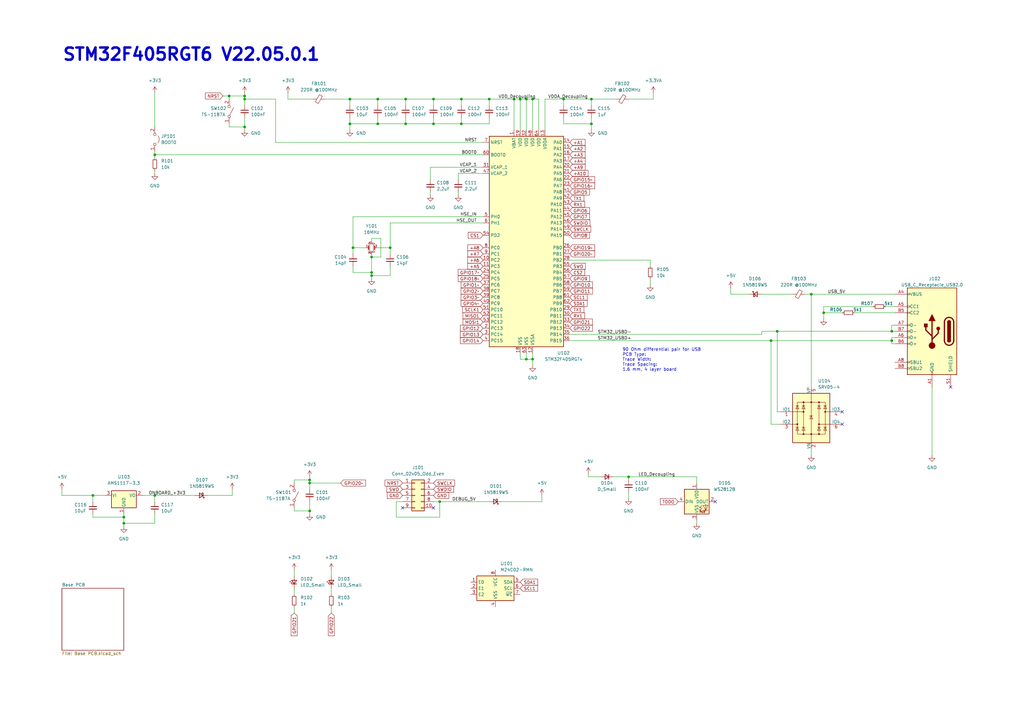
<source format=kicad_sch>
(kicad_sch (version 20211123) (generator eeschema)
  (paper "A3")
  (title_block (title "STM32F405RGT6") (date "2022-05-23") (rev "V22.05.0.1"))
  (lib_symbols
    (symbol "Connector:USB_C_Receptacle_USB2.0" (pin_names (offset 1.016))
      (property "Reference" "J" (at -10.16 19.05 0))
      (property "Value" "USB_C_Receptacle_USB2.0" (at 19.05 19.05 0))
      (symbol "USB_C_Receptacle_USB2.0_1_1"
        (pin passive line (at 0 -22.86 90) (length 5.08) (name "GND") (number "A1"))
        (pin passive line (at 0 -22.86 90) (length 5.08) hide (name "GND") (number "A12"))
        (pin passive line (at 15.24 15.24 180) (length 5.08) (name "VBUS") (number "A4"))
        (pin bidirectional line (at 15.24 10.16 180) (length 5.08) (name "CC1") (number "A5"))
        (pin bidirectional line (at 15.24 -2.54 180) (length 5.08) (name "D+") (number "A6"))
        (pin bidirectional line (at 15.24 2.54 180) (length 5.08) (name "D-") (number "A7"))
        (pin bidirectional line (at 15.24 -12.7 180) (length 5.08) (name "SBU1") (number "A8"))
        (pin passive line (at 15.24 15.24 180) (length 5.08) hide (name "VBUS") (number "A9"))
        (pin passive line (at 0 -22.86 90) (length 5.08) hide (name "GND") (number "B1"))
        (pin passive line (at 0 -22.86 90) (length 5.08) hide (name "GND") (number "B12"))
        (pin passive line (at 15.24 15.24 180) (length 5.08) hide (name "VBUS") (number "B4"))
        (pin bidirectional line (at 15.24 7.62 180) (length 5.08) (name "CC2") (number "B5"))
        (pin bidirectional line (at 15.24 -5.08 180) (length 5.08) (name "D+") (number "B6"))
        (pin bidirectional line (at 15.24 0 180) (length 5.08) (name "D-") (number "B7"))
        (pin bidirectional line (at 15.24 -15.24 180) (length 5.08) (name "SBU2") (number "B8"))
        (pin passive line (at 15.24 15.24 180) (length 5.08) hide (name "VBUS") (number "B9"))
        (pin passive line (at -7.62 -22.86 90) (length 5.08) (name "SHIELD") (number "S1"))
      )
    )
    (symbol "Connector_Generic:Conn_02x05_Odd_Even" (pin_names (offset 1.016) hide)
      (property "Reference" "J" (at 1.27 7.62 0))
      (property "Value" "Conn_02x05_Odd_Even" (at 1.27 -7.62 0))
      (symbol "Conn_02x05_Odd_Even_1_1"
        (pin passive line (at -5.08 5.08 0) (length 3.81) (name "Pin_1") (number "1"))
        (pin passive line (at 7.62 -5.08 180) (length 3.81) (name "Pin_10") (number "10"))
        (pin passive line (at 7.62 5.08 180) (length 3.81) (name "Pin_2") (number "2"))
        (pin passive line (at -5.08 2.54 0) (length 3.81) (name "Pin_3") (number "3"))
        (pin passive line (at 7.62 2.54 180) (length 3.81) (name "Pin_4") (number "4"))
        (pin passive line (at -5.08 0 0) (length 3.81) (name "Pin_5") (number "5"))
        (pin passive line (at 7.62 0 180) (length 3.81) (name "Pin_6") (number "6"))
        (pin passive line (at -5.08 -2.54 0) (length 3.81) (name "Pin_7") (number "7"))
        (pin passive line (at 7.62 -2.54 180) (length 3.81) (name "Pin_8") (number "8"))
        (pin passive line (at -5.08 -5.08 0) (length 3.81) (name "Pin_9") (number "9"))
      )
    )
    (symbol "Device:C_Small" (pin_numbers hide) (pin_names (offset 0.254) hide)
      (property "Reference" "C" (at 0.254 1.778 0))
      (property "Value" "C_Small" (at 0.254 -2.032 0))
      (symbol "C_Small_1_1"
        (pin passive line (at 0 2.54 270) (length 2.032) (name "~") (number "1"))
        (pin passive line (at 0 -2.54 90) (length 2.032) (name "~") (number "2"))
      )
    )
    (symbol "Device:Crystal_GND24_Small" (pin_names (offset 1.016) hide)
      (property "Reference" "Y" (at 1.27 4.445 0))
      (property "Value" "Crystal_GND24_Small" (at 1.27 2.54 0))
      (symbol "Crystal_GND24_Small_1_1"
        (pin passive line (at -2.54 0 0) (length 1.27) (name "1") (number "1"))
        (pin passive line (at 0 -2.54 90) (length 0.635) (name "2") (number "2"))
        (pin passive line (at 2.54 0 180) (length 1.27) (name "3") (number "3"))
        (pin passive line (at 0 2.54 270) (length 0.635) (name "4") (number "4"))
      )
    )
    (symbol "Device:D_Schottky_Small" (pin_numbers hide) (pin_names (offset 0.254) hide)
      (property "Reference" "D" (at -1.27 2.032 0))
      (property "Value" "D_Schottky_Small" (at -7.112 -2.032 0))
      (symbol "D_Schottky_Small_1_1"
        (pin passive line (at -2.54 0 0) (length 1.778) (name "K") (number "1"))
        (pin passive line (at 2.54 0 180) (length 1.778) (name "A") (number "2"))
      )
    )
    (symbol "Device:D_Small" (pin_numbers hide) (pin_names (offset 0.254) hide)
      (property "Reference" "D" (at -1.27 2.032 0))
      (property "Value" "D_Small" (at -3.81 -2.032 0))
      (symbol "D_Small_1_1"
        (pin passive line (at -2.54 0 0) (length 1.778) (name "K") (number "1"))
        (pin passive line (at 2.54 0 180) (length 1.778) (name "A") (number "2"))
      )
    )
    (symbol "Device:FerriteBead_Small" (pin_numbers hide) (pin_names (offset 0))
      (property "Reference" "FB" (at 1.905 1.27 0))
      (property "Value" "FerriteBead_Small" (at 1.905 -1.27 0))
      (symbol "FerriteBead_Small_1_1"
        (pin passive line (at 0 2.54 270) (length 1.27) (name "~") (number "1"))
        (pin passive line (at 0 -2.54 90) (length 1.27) (name "~") (number "2"))
      )
    )
    (symbol "Device:LED_Small" (pin_numbers hide) (pin_names (offset 0.254) hide)
      (property "Reference" "D" (at -1.27 3.175 0))
      (property "Value" "LED_Small" (at -4.445 -2.54 0))
      (symbol "LED_Small_1_1"
        (pin passive line (at -2.54 0 0) (length 1.778) (name "K") (number "1"))
        (pin passive line (at 2.54 0 180) (length 1.778) (name "A") (number "2"))
      )
    )
    (symbol "Device:R_Small" (pin_numbers hide) (pin_names (offset 0.254) hide)
      (property "Reference" "R" (at 0.762 0.508 0))
      (property "Value" "R_Small" (at 0.762 -1.016 0))
      (symbol "R_Small_1_1"
        (pin passive line (at 0 2.54 270) (length 0.762) (name "~") (number "1"))
        (pin passive line (at 0 -2.54 90) (length 0.762) (name "~") (number "2"))
      )
    )
    (symbol "Jumper:Jumper_2_Open" (pin_names (offset 0) hide)
      (property "Reference" "JP" (at 0 2.794 0))
      (property "Value" "Jumper_2_Open" (at 0 -2.286 0))
      (symbol "Jumper_2_Open_1_1"
        (pin passive line (at -5.08 0 0) (length 2.54) (name "A") (number "1"))
        (pin passive line (at 5.08 0 180) (length 2.54) (name "B") (number "2"))
      )
    )
    (symbol "LED:WS2812B" (pin_names (offset 0.254))
      (property "Reference" "D" (at 5.08 5.715 0))
      (property "Value" "WS2812B" (at 1.27 -5.715 0))
      (symbol "WS2812B_0_0"
        (text "RGB" (at 2.286 -4.191 0) (effects (font (size 0.762 0.762))))
      )
      (symbol "WS2812B_1_1"
        (pin power_in line (at 0 7.62 270) (length 2.54) (name "VDD") (number "1"))
        (pin output line (at 7.62 0 180) (length 2.54) (name "DOUT") (number "2"))
        (pin power_in line (at 0 -7.62 90) (length 2.54) (name "VSS") (number "3"))
        (pin input line (at -7.62 0 0) (length 2.54) (name "DIN") (number "4"))
      )
    )
    (symbol "MCU_ST_STM32F4:STM32F405RGTx"
      (property "Reference" "U" (at -15.24 44.45 0))
      (property "Value" "STM32F405RGTx" (at 10.16 44.45 0))
      (symbol "STM32F405RGTx_1_1"
        (pin power_in line (at -5.08 45.72 270) (length 2.54) (name "VBAT") (number "1"))
        (pin bidirectional line (at -17.78 -7.62 0) (length 2.54) (name "PC2") (number "10"))
        (pin bidirectional line (at -17.78 -10.16 0) (length 2.54) (name "PC3") (number "11"))
        (pin power_in line (at 2.54 -45.72 90) (length 2.54) (name "VSSA") (number "12"))
        (pin power_in line (at 7.62 45.72 270) (length 2.54) (name "VDDA") (number "13"))
        (pin bidirectional line (at 17.78 40.64 180) (length 2.54) (name "PA0") (number "14"))
        (pin bidirectional line (at 17.78 38.1 180) (length 2.54) (name "PA1") (number "15"))
        (pin bidirectional line (at 17.78 35.56 180) (length 2.54) (name "PA2") (number "16"))
        (pin bidirectional line (at 17.78 33.02 180) (length 2.54) (name "PA3") (number "17"))
        (pin power_in line (at -2.54 -45.72 90) (length 2.54) (name "VSS") (number "18"))
        (pin power_in line (at -2.54 45.72 270) (length 2.54) (name "VDD") (number "19"))
        (pin bidirectional line (at -17.78 -35.56 0) (length 2.54) (name "PC13") (number "2"))
        (pin bidirectional line (at 17.78 30.48 180) (length 2.54) (name "PA4") (number "20"))
        (pin bidirectional line (at 17.78 27.94 180) (length 2.54) (name "PA5") (number "21"))
        (pin bidirectional line (at 17.78 25.4 180) (length 2.54) (name "PA6") (number "22"))
        (pin bidirectional line (at 17.78 22.86 180) (length 2.54) (name "PA7") (number "23"))
        (pin bidirectional line (at -17.78 -12.7 0) (length 2.54) (name "PC4") (number "24"))
        (pin bidirectional line (at -17.78 -15.24 0) (length 2.54) (name "PC5") (number "25"))
        (pin bidirectional line (at 17.78 -2.54 180) (length 2.54) (name "PB0") (number "26"))
        (pin bidirectional line (at 17.78 -5.08 180) (length 2.54) (name "PB1") (number "27"))
        (pin bidirectional line (at 17.78 -7.62 180) (length 2.54) (name "PB2") (number "28"))
        (pin bidirectional line (at 17.78 -27.94 180) (length 2.54) (name "PB10") (number "29"))
        (pin bidirectional line (at -17.78 -38.1 0) (length 2.54) (name "PC14") (number "3"))
        (pin bidirectional line (at 17.78 -30.48 180) (length 2.54) (name "PB11") (number "30"))
        (pin power_in line (at -17.78 30.48 0) (length 2.54) (name "VCAP_1") (number "31"))
        (pin power_in line (at 0 45.72 270) (length 2.54) (name "VDD") (number "32"))
        (pin bidirectional line (at 17.78 -33.02 180) (length 2.54) (name "PB12") (number "33"))
        (pin bidirectional line (at 17.78 -35.56 180) (length 2.54) (name "PB13") (number "34"))
        (pin bidirectional line (at 17.78 -38.1 180) (length 2.54) (name "PB14") (number "35"))
        (pin bidirectional line (at 17.78 -40.64 180) (length 2.54) (name "PB15") (number "36"))
        (pin bidirectional line (at -17.78 -17.78 0) (length 2.54) (name "PC6") (number "37"))
        (pin bidirectional line (at -17.78 -20.32 0) (length 2.54) (name "PC7") (number "38"))
        (pin bidirectional line (at -17.78 -22.86 0) (length 2.54) (name "PC8") (number "39"))
        (pin bidirectional line (at -17.78 -40.64 0) (length 2.54) (name "PC15") (number "4"))
        (pin bidirectional line (at -17.78 -25.4 0) (length 2.54) (name "PC9") (number "40"))
        (pin bidirectional line (at 17.78 20.32 180) (length 2.54) (name "PA8") (number "41"))
        (pin bidirectional line (at 17.78 17.78 180) (length 2.54) (name "PA9") (number "42"))
        (pin bidirectional line (at 17.78 15.24 180) (length 2.54) (name "PA10") (number "43"))
        (pin bidirectional line (at 17.78 12.7 180) (length 2.54) (name "PA11") (number "44"))
        (pin bidirectional line (at 17.78 10.16 180) (length 2.54) (name "PA12") (number "45"))
        (pin bidirectional line (at 17.78 7.62 180) (length 2.54) (name "PA13") (number "46"))
        (pin power_in line (at -17.78 27.94 0) (length 2.54) (name "VCAP_2") (number "47"))
        (pin power_in line (at 2.54 45.72 270) (length 2.54) (name "VDD") (number "48"))
        (pin bidirectional line (at 17.78 5.08 180) (length 2.54) (name "PA14") (number "49"))
        (pin input line (at -17.78 10.16 0) (length 2.54) (name "PH0") (number "5"))
        (pin bidirectional line (at 17.78 2.54 180) (length 2.54) (name "PA15") (number "50"))
        (pin bidirectional line (at -17.78 -27.94 0) (length 2.54) (name "PC10") (number "51"))
        (pin bidirectional line (at -17.78 -30.48 0) (length 2.54) (name "PC11") (number "52"))
        (pin bidirectional line (at -17.78 -33.02 0) (length 2.54) (name "PC12") (number "53"))
        (pin bidirectional line (at -17.78 2.54 0) (length 2.54) (name "PD2") (number "54"))
        (pin bidirectional line (at 17.78 -10.16 180) (length 2.54) (name "PB3") (number "55"))
        (pin bidirectional line (at 17.78 -12.7 180) (length 2.54) (name "PB4") (number "56"))
        (pin bidirectional line (at 17.78 -15.24 180) (length 2.54) (name "PB5") (number "57"))
        (pin bidirectional line (at 17.78 -17.78 180) (length 2.54) (name "PB6") (number "58"))
        (pin bidirectional line (at 17.78 -20.32 180) (length 2.54) (name "PB7") (number "59"))
        (pin input line (at -17.78 7.62 0) (length 2.54) (name "PH1") (number "6"))
        (pin input line (at -17.78 35.56 0) (length 2.54) (name "BOOT0") (number "60"))
        (pin bidirectional line (at 17.78 -22.86 180) (length 2.54) (name "PB8") (number "61"))
        (pin bidirectional line (at 17.78 -25.4 180) (length 2.54) (name "PB9") (number "62"))
        (pin power_in line (at 0 -45.72 90) (length 2.54) (name "VSS") (number "63"))
        (pin power_in line (at 5.08 45.72 270) (length 2.54) (name "VDD") (number "64"))
        (pin input line (at -17.78 40.64 0) (length 2.54) (name "NRST") (number "7"))
        (pin bidirectional line (at -17.78 -2.54 0) (length 2.54) (name "PC0") (number "8"))
        (pin bidirectional line (at -17.78 -5.08 0) (length 2.54) (name "PC1") (number "9"))
      )
    )
    (symbol "Memory_EEPROM:M24C02-RMN"
      (property "Reference" "U" (at -6.35 6.35 0))
      (property "Value" "M24C02-RMN" (at 7.62 6.35 0))
      (symbol "M24C02-RMN_1_1"
        (pin input line (at -10.16 2.54 0) (length 2.54) (name "E0") (number "1"))
        (pin input line (at -10.16 0 0) (length 2.54) (name "E1") (number "2"))
        (pin input line (at -10.16 -2.54 0) (length 2.54) (name "E2") (number "3"))
        (pin power_in line (at 0 -7.62 90) (length 2.54) (name "VSS") (number "4"))
        (pin bidirectional line (at 10.16 2.54 180) (length 2.54) (name "SDA") (number "5"))
        (pin input line (at 10.16 0 180) (length 2.54) (name "SCL") (number "6"))
        (pin input line (at 10.16 -2.54 180) (length 2.54) (name "~{WC}") (number "7"))
        (pin power_in line (at 0 7.62 270) (length 2.54) (name "VCC") (number "8"))
      )
    )
    (symbol "Power_Protection:SRV05-4" (pin_names (offset 0))
      (property "Reference" "U" (at -5.08 11.43 0))
      (property "Value" "SRV05-4" (at 2.54 11.43 0))
      (symbol "SRV05-4_1_1"
        (pin passive line (at -12.7 2.54 0) (length 5.08) (name "IO1") (number "1"))
        (pin passive line (at 0 -12.7 90) (length 2.54) (name "VN") (number "2"))
        (pin passive line (at -12.7 -2.54 0) (length 5.08) (name "IO2") (number "3"))
        (pin passive line (at 12.7 2.54 180) (length 5.08) (name "IO3") (number "4"))
        (pin passive line (at 0 12.7 270) (length 2.54) (name "VP") (number "5"))
        (pin passive line (at 12.7 -2.54 180) (length 5.08) (name "IO4") (number "6"))
      )
    )
    (symbol "Regulator_Linear:AMS1117-3.3" (pin_names (offset 0.254))
      (property "Reference" "U" (at -3.81 3.175 0))
      (property "Value" "AMS1117-3.3" (at 0 3.175 0))
      (symbol "AMS1117-3.3_1_1"
        (pin power_in line (at 0 -7.62 90) (length 2.54) (name "GND") (number "1"))
        (pin power_out line (at 7.62 0 180) (length 2.54) (name "VO") (number "2"))
        (pin power_in line (at -7.62 0 0) (length 2.54) (name "VI") (number "3"))
      )
    )
    (symbol "Switch:SW_SPST" (pin_names (offset 0) hide)
      (property "Reference" "SW" (at 0 3.175 0))
      (property "Value" "SW_SPST" (at 0 -2.54 0))
      (symbol "SW_SPST_1_1"
        (pin passive line (at -5.08 0 0) (length 2.54) (name "A") (number "1"))
        (pin passive line (at 5.08 0 180) (length 2.54) (name "B") (number "2"))
      )
    )
    (symbol "power:+3.3V" (power) (pin_names (offset 0))
      (property "Value" "+3.3V" (at 0 3.556 0))
      (symbol "+3.3V_1_1"
        (pin power_in line (at 0 0 90) (length 0) hide (name "+3V3") (number "1"))
      )
    )
    (symbol "power:+3.3VA" (power) (pin_names (offset 0))
      (property "Value" "+3.3VA" (at 0 3.556 0))
      (symbol "+3.3VA_1_1"
        (pin power_in line (at 0 0 90) (length 0) hide (name "+3.3VA") (number "1"))
      )
    )
    (symbol "power:+5V" (power) (pin_names (offset 0))
      (property "Value" "+5V" (at 0 3.556 0))
      (symbol "+5V_1_1"
        (pin power_in line (at 0 0 90) (length 0) hide (name "+5V") (number "1"))
      )
    )
    (symbol "power:GND" (power) (pin_names (offset 0))
      (property "Value" "GND" (at 0 -3.81 0))
      (symbol "GND_1_1"
        (pin power_in line (at 0 0 270) (length 0) hide (name "GND") (number "1"))
      )
    )
  )
  (junction (at 166.37 50.8))
  (junction (at 127 196.85))
  (junction (at 160.02 101.6))
  (junction (at 365.76 135.89))
  (junction (at 332.74 120.65))
  (junction (at 210.82 40.64))
  (junction (at 144.78 101.6))
  (junction (at 215.9 147.32))
  (junction (at 63.5 63.5))
  (junction (at 177.8 40.64))
  (junction (at 200.66 40.64))
  (junction (at 152.4 105.41))
  (junction (at 63.5 203.2))
  (junction (at 242.57 40.64))
  (junction (at 189.23 40.64))
  (junction (at 143.51 40.64))
  (junction (at 100.33 39.37))
  (junction (at 38.1 203.2))
  (junction (at 242.57 50.8))
  (junction (at 127 209.55))
  (junction (at 213.36 40.64))
  (junction (at 189.23 50.8))
  (junction (at 50.8 214.63))
  (junction (at 215.9 40.64))
  (junction (at 100.33 52.07))
  (junction (at 50.8 212.09))
  (junction (at 100.33 40.64))
  (junction (at 316.23 139.7))
  (junction (at 218.44 147.32))
  (junction (at 93.98 39.37))
  (junction (at 180.34 205.74))
  (junction (at 152.4 111.76))
  (junction (at 218.44 40.64))
  (junction (at 154.94 40.64))
  (junction (at 257.81 195.58))
  (junction (at 365.76 139.7))
  (junction (at 127 198.12))
  (junction (at 143.51 50.8))
  (junction (at 318.77 135.89))
  (junction (at 231.14 40.64))
  (junction (at 177.8 50.8))
  (junction (at 166.37 40.64))
  (junction (at 152.4 113.03))
  (junction (at 337.82 128.27))
  (junction (at 154.94 50.8))
  (no_connect (at 293.37 205.74))
  (no_connect (at 165.1 208.28))
  (no_connect (at 177.8 208.28))
  (no_connect (at 345.44 173.99))
  (no_connect (at 389.89 158.75))
  (no_connect (at 345.44 168.91))
  (wire (pts (xy 80.01 203.2) (xy 63.5 203.2)))
  (wire (pts (xy 160.02 91.44) (xy 198.12 91.44)))
  (wire (pts (xy 267.97 38.1) (xy 267.97 40.64)))
  (wire (pts (xy 113.03 40.64) (xy 100.33 40.64)))
  (wire (pts (xy 285.75 195.58) (xy 285.75 198.12)))
  (wire (pts (xy 120.65 209.55) (xy 127 209.55)))
  (wire (pts (xy 189.23 50.8) (xy 177.8 50.8)))
  (wire (pts (xy 187.96 73.66) (xy 187.96 71.12)))
  (wire (pts (xy 38.1 212.09) (xy 50.8 212.09)))
  (wire (pts (xy 231.14 48.26) (xy 231.14 50.8)))
  (wire (pts (xy 154.94 50.8) (xy 143.51 50.8)))
  (wire (pts (xy 257.81 201.93) (xy 257.81 204.47)))
  (wire (pts (xy 160.02 101.6) (xy 160.02 104.14)))
  (wire (pts (xy 63.5 210.82) (xy 63.5 214.63)))
  (wire (pts (xy 63.5 203.2) (xy 63.5 205.74)))
  (wire (pts (xy 252.73 40.64) (xy 242.57 40.64)))
  (wire (pts (xy 177.8 48.26) (xy 177.8 50.8)))
  (wire (pts (xy 350.52 128.27) (xy 367.03 128.27)))
  (wire (pts (xy 160.02 113.03) (xy 152.4 113.03)))
  (wire (pts (xy 143.51 50.8) (xy 143.51 48.26)))
  (wire (pts (xy 160.02 109.22) (xy 160.02 113.03)))
  (wire (pts (xy 337.82 128.27) (xy 337.82 130.81)))
  (wire (pts (xy 50.8 210.82) (xy 50.8 212.09)))
  (wire (pts (xy 118.11 40.64) (xy 128.27 40.64)))
  (wire (pts (xy 220.98 53.34) (xy 220.98 40.64)))
  (wire (pts (xy 25.4 203.2) (xy 38.1 203.2)))
  (wire (pts (xy 332.74 184.15) (xy 332.74 186.69)))
  (wire (pts (xy 367.03 140.97) (xy 365.76 140.97)))
  (wire (pts (xy 152.4 99.06) (xy 152.4 97.79)))
  (wire (pts (xy 152.4 97.79) (xy 156.21 97.79)))
  (wire (pts (xy 144.78 88.9) (xy 144.78 101.6)))
  (wire (pts (xy 312.42 135.89) (xy 312.42 137.16)))
  (wire (pts (xy 233.68 139.7) (xy 316.23 139.7)))
  (wire (pts (xy 118.11 38.1) (xy 118.11 40.64)))
  (wire (pts (xy 218.44 40.64) (xy 215.9 40.64)))
  (wire (pts (xy 223.52 40.64) (xy 231.14 40.64)))
  (wire (pts (xy 257.81 195.58) (xy 257.81 196.85)))
  (wire (pts (xy 91.44 39.37) (xy 93.98 39.37)))
  (wire (pts (xy 127 209.55) (xy 127 210.82)))
  (wire (pts (xy 177.8 50.8) (xy 166.37 50.8)))
  (wire (pts (xy 200.66 43.18) (xy 200.66 40.64)))
  (wire (pts (xy 166.37 40.64) (xy 166.37 43.18)))
  (wire (pts (xy 176.53 73.66) (xy 176.53 68.58)))
  (wire (pts (xy 127 196.85) (xy 127 198.12)))
  (wire (pts (xy 218.44 40.64) (xy 218.44 53.34)))
  (wire (pts (xy 242.57 50.8) (xy 231.14 50.8)))
  (wire (pts (xy 180.34 205.74) (xy 200.66 205.74)))
  (wire (pts (xy 95.25 203.2) (xy 85.09 203.2)))
  (wire (pts (xy 100.33 38.1) (xy 100.33 39.37)))
  (wire (pts (xy 120.65 241.3) (xy 120.65 243.84)))
  (wire (pts (xy 63.5 69.85) (xy 63.5 71.12)))
  (wire (pts (xy 120.65 248.92) (xy 120.65 251.46)))
  (wire (pts (xy 213.36 40.64) (xy 213.36 53.34)))
  (wire (pts (xy 318.77 168.91) (xy 318.77 135.89)))
  (wire (pts (xy 154.94 101.6) (xy 160.02 101.6)))
  (wire (pts (xy 143.51 40.64) (xy 154.94 40.64)))
  (wire (pts (xy 100.33 40.64) (xy 100.33 43.18)))
  (wire (pts (xy 154.94 40.64) (xy 154.94 43.18)))
  (wire (pts (xy 223.52 53.34) (xy 223.52 40.64)))
  (wire (pts (xy 365.76 138.43) (xy 367.03 138.43)))
  (wire (pts (xy 152.4 111.76) (xy 152.4 113.03)))
  (wire (pts (xy 120.65 233.68) (xy 120.65 236.22)))
  (wire (pts (xy 318.77 135.89) (xy 365.76 135.89)))
  (wire (pts (xy 365.76 133.35) (xy 365.76 135.89)))
  (wire (pts (xy 222.25 205.74) (xy 222.25 203.2)))
  (wire (pts (xy 187.96 71.12) (xy 198.12 71.12)))
  (wire (pts (xy 120.65 196.85) (xy 127 196.85)))
  (wire (pts (xy 299.72 120.65) (xy 299.72 118.11)))
  (wire (pts (xy 215.9 147.32) (xy 218.44 147.32)))
  (wire (pts (xy 144.78 101.6) (xy 144.78 104.14)))
  (wire (pts (xy 220.98 40.64) (xy 218.44 40.64)))
  (wire (pts (xy 365.76 138.43) (xy 365.76 139.7)))
  (wire (pts (xy 215.9 40.64) (xy 215.9 53.34)))
  (wire (pts (xy 93.98 50.8) (xy 93.98 52.07)))
  (wire (pts (xy 38.1 203.2) (xy 43.18 203.2)))
  (wire (pts (xy 365.76 139.7) (xy 365.76 140.97)))
  (wire (pts (xy 176.53 80.01) (xy 176.53 78.74)))
  (wire (pts (xy 166.37 50.8) (xy 154.94 50.8)))
  (wire (pts (xy 152.4 104.14) (xy 152.4 105.41)))
  (wire (pts (xy 242.57 48.26) (xy 242.57 50.8)))
  (wire (pts (xy 215.9 40.64) (xy 213.36 40.64)))
  (wire (pts (xy 215.9 144.78) (xy 215.9 147.32)))
  (wire (pts (xy 63.5 214.63) (xy 50.8 214.63)))
  (wire (pts (xy 180.34 205.74) (xy 177.8 205.74)))
  (wire (pts (xy 120.65 198.12) (xy 120.65 196.85)))
  (wire (pts (xy 133.35 40.64) (xy 143.51 40.64)))
  (wire (pts (xy 189.23 40.64) (xy 189.23 43.18)))
  (wire (pts (xy 93.98 40.64) (xy 93.98 39.37)))
  (wire (pts (xy 135.89 233.68) (xy 135.89 236.22)))
  (wire (pts (xy 213.36 147.32) (xy 215.9 147.32)))
  (wire (pts (xy 358.14 125.73) (xy 337.82 125.73)))
  (wire (pts (xy 233.68 106.68) (xy 266.7 106.68)))
  (wire (pts (xy 205.74 205.74) (xy 222.25 205.74)))
  (wire (pts (xy 367.03 133.35) (xy 365.76 133.35)))
  (wire (pts (xy 177.8 40.64) (xy 166.37 40.64)))
  (wire (pts (xy 100.33 39.37) (xy 100.33 40.64)))
  (wire (pts (xy 50.8 212.09) (xy 50.8 214.63)))
  (wire (pts (xy 100.33 48.26) (xy 100.33 52.07)))
  (wire (pts (xy 144.78 101.6) (xy 149.86 101.6)))
  (wire (pts (xy 63.5 38.1) (xy 63.5 52.07)))
  (wire (pts (xy 162.56 205.74) (xy 162.56 212.09)))
  (wire (pts (xy 176.53 68.58) (xy 198.12 68.58)))
  (wire (pts (xy 152.4 113.03) (xy 152.4 114.3)))
  (wire (pts (xy 162.56 212.09) (xy 180.34 212.09)))
  (wire (pts (xy 100.33 52.07) (xy 100.33 53.34)))
  (wire (pts (xy 332.74 158.75) (xy 332.74 120.65)))
  (wire (pts (xy 38.1 203.2) (xy 38.1 205.74)))
  (wire (pts (xy 200.66 48.26) (xy 200.66 50.8)))
  (wire (pts (xy 160.02 91.44) (xy 160.02 101.6)))
  (wire (pts (xy 63.5 63.5) (xy 63.5 62.23)))
  (wire (pts (xy 337.82 128.27) (xy 345.44 128.27)))
  (wire (pts (xy 312.42 135.89) (xy 318.77 135.89)))
  (wire (pts (xy 332.74 120.65) (xy 367.03 120.65)))
  (wire (pts (xy 251.46 195.58) (xy 257.81 195.58)))
  (wire (pts (xy 213.36 144.78) (xy 213.36 147.32)))
  (wire (pts (xy 189.23 40.64) (xy 177.8 40.64)))
  (wire (pts (xy 257.81 195.58) (xy 285.75 195.58)))
  (wire (pts (xy 50.8 214.63) (xy 50.8 215.9)))
  (wire (pts (xy 95.25 200.66) (xy 95.25 203.2)))
  (wire (pts (xy 154.94 48.26) (xy 154.94 50.8)))
  (wire (pts (xy 177.8 40.64) (xy 177.8 43.18)))
  (wire (pts (xy 242.57 40.64) (xy 231.14 40.64)))
  (wire (pts (xy 210.82 40.64) (xy 210.82 53.34)))
  (wire (pts (xy 135.89 241.3) (xy 135.89 243.84)))
  (wire (pts (xy 189.23 48.26) (xy 189.23 50.8)))
  (wire (pts (xy 210.82 40.64) (xy 200.66 40.64)))
  (wire (pts (xy 143.51 40.64) (xy 143.51 43.18)))
  (wire (pts (xy 154.94 40.64) (xy 166.37 40.64)))
  (wire (pts (xy 200.66 40.64) (xy 189.23 40.64)))
  (wire (pts (xy 316.23 173.99) (xy 316.23 139.7)))
  (wire (pts (xy 242.57 50.8) (xy 242.57 53.34)))
  (wire (pts (xy 127 195.58) (xy 127 196.85)))
  (wire (pts (xy 241.3 195.58) (xy 246.38 195.58)))
  (wire (pts (xy 144.78 111.76) (xy 152.4 111.76)))
  (wire (pts (xy 363.22 125.73) (xy 367.03 125.73)))
  (wire (pts (xy 156.21 105.41) (xy 152.4 105.41)))
  (wire (pts (xy 266.7 106.68) (xy 266.7 109.22)))
  (wire (pts (xy 266.7 114.3) (xy 266.7 116.84)))
  (wire (pts (xy 189.23 50.8) (xy 200.66 50.8)))
  (wire (pts (xy 365.76 135.89) (xy 367.03 135.89)))
  (wire (pts (xy 320.04 173.99) (xy 316.23 173.99)))
  (wire (pts (xy 267.97 40.64) (xy 257.81 40.64)))
  (wire (pts (xy 135.89 248.92) (xy 135.89 251.46)))
  (wire (pts (xy 285.75 213.36) (xy 285.75 214.63)))
  (wire (pts (xy 143.51 50.8) (xy 143.51 53.34)))
  (wire (pts (xy 139.7 198.12) (xy 127 198.12)))
  (wire (pts (xy 382.27 158.75) (xy 382.27 186.69)))
  (wire (pts (xy 156.21 97.79) (xy 156.21 105.41)))
  (wire (pts (xy 318.77 168.91) (xy 320.04 168.91)))
  (wire (pts (xy 218.44 144.78) (xy 218.44 147.32)))
  (wire (pts (xy 38.1 210.82) (xy 38.1 212.09)))
  (wire (pts (xy 152.4 105.41) (xy 152.4 111.76)))
  (wire (pts (xy 307.34 120.65) (xy 299.72 120.65)))
  (wire (pts (xy 93.98 39.37) (xy 100.33 39.37)))
  (wire (pts (xy 242.57 43.18) (xy 242.57 40.64)))
  (wire (pts (xy 316.23 139.7) (xy 365.76 139.7)))
  (wire (pts (xy 165.1 205.74) (xy 162.56 205.74)))
  (wire (pts (xy 231.14 40.64) (xy 231.14 43.18)))
  (wire (pts (xy 213.36 40.64) (xy 210.82 40.64)))
  (wire (pts (xy 166.37 48.26) (xy 166.37 50.8)))
  (wire (pts (xy 198.12 88.9) (xy 144.78 88.9)))
  (wire (pts (xy 144.78 109.22) (xy 144.78 111.76)))
  (wire (pts (xy 233.68 137.16) (xy 312.42 137.16)))
  (wire (pts (xy 312.42 120.65) (xy 325.12 120.65)))
  (wire (pts (xy 198.12 58.42) (xy 113.03 58.42)))
  (wire (pts (xy 113.03 58.42) (xy 113.03 40.64)))
  (wire (pts (xy 127 205.74) (xy 127 209.55)))
  (wire (pts (xy 218.44 147.32) (xy 218.44 149.86)))
  (wire (pts (xy 241.3 194.31) (xy 241.3 195.58)))
  (wire (pts (xy 330.2 120.65) (xy 332.74 120.65)))
  (wire (pts (xy 337.82 125.73) (xy 337.82 128.27)))
  (wire (pts (xy 25.4 200.66) (xy 25.4 203.2)))
  (wire (pts (xy 187.96 80.01) (xy 187.96 78.74)))
  (wire (pts (xy 198.12 63.5) (xy 63.5 63.5)))
  (wire (pts (xy 180.34 212.09) (xy 180.34 205.74)))
  (wire (pts (xy 93.98 52.07) (xy 100.33 52.07)))
  (wire (pts (xy 120.65 208.28) (xy 120.65 209.55)))
  (wire (pts (xy 63.5 63.5) (xy 63.5 64.77)))
  (wire (pts (xy 58.42 203.2) (xy 63.5 203.2)))
  (wire (pts (xy 127 198.12) (xy 127 200.66)))
  (text "STM32F405RGT6 V22.05.0.1" (at 25.4 25.4 0) (effects (font (size 5.0038 5.0038) (thickness 1.0008) bold) (justify left bottom)))
  (text "90 Ohm differential pair for USB\nPCB Type: \nTrace Width:\nTrace Spacing:\n1.6 mm, 4 layer board" (at 255.27 152.4 0) (effects (font (size 1.27 1.27)) (justify left bottom)))
  (label "DEBUG_5V" (at 185.42 205.74 0))
  (label "HSE_OUT" (at 195.58 91.44 180))
  (label "STM32_USBD+" (at 245.11 139.7 0))
  (label "VDD_Decoupling" (at 219.71 40.64 180))
  (label "LED_Decoupling" (at 276.86 195.58 180))
  (label "USB_5V" (at 346.71 120.65 180))
  (label "STM32_USBD-" (at 245.11 137.16 0))
  (label "VCAP_1" (at 195.58 68.58 180))
  (label "HSE_IN" (at 195.58 88.9 180))
  (label "VCAP_2" (at 195.58 71.12 180))
  (label "VDDA_Decoupling" (at 224.79 40.64 0))
  (label "BOOT0" (at 195.58 63.5 180))
  (label "ONBOARD_+3V3" (at 60.96 203.2 0))
  (label "NRST" (at 195.58 58.42 180))
  (global_label "NRST" (shape input) (at 91.44 39.37 180) (property "Intersheet References" "${INTERSHEET_REFS}" (effects hide)))
  (global_label "GPIO12" (shape input) (at 198.12 134.62 180) (property "Intersheet References" "${INTERSHEET_REFS}" (effects hide)))
  (global_label "SWCLK" (shape input) (at 233.68 93.98 0) (property "Intersheet References" "${INTERSHEET_REFS}" (effects hide)))
  (global_label "GPIO13" (shape input) (at 198.12 137.16 180) (property "Intersheet References" "${INTERSHEET_REFS}" (effects hide)))
  (global_label "GPIO7" (shape input) (at 233.68 88.9 0) (property "Intersheet References" "${INTERSHEET_REFS}" (effects hide)))
  (global_label "GPIO6" (shape input) (at 233.68 86.36 0) (property "Intersheet References" "${INTERSHEET_REFS}" (effects hide)))
  (global_label "MOSI1" (shape input) (at 198.12 132.08 180) (property "Intersheet References" "${INTERSHEET_REFS}" (effects hide)))
  (global_label "TODO" (shape input) (at 278.13 205.74 180) (property "Intersheet References" "${INTERSHEET_REFS}" (effects hide)))
  (global_label "+A1" (shape input) (at 233.68 58.42 0) (property "Intersheet References" "${INTERSHEET_REFS}" (effects hide)))
  (global_label "GPIO15~" (shape input) (at 233.68 73.66 0) (property "Intersheet References" "${INTERSHEET_REFS}" (effects hide)))
  (global_label "+A8" (shape input) (at 198.12 101.6 180) (property "Intersheet References" "${INTERSHEET_REFS}" (effects hide)))
  (global_label "NRST" (shape input) (at 165.1 198.12 180) (property "Intersheet References" "${INTERSHEET_REFS}" (effects hide)))
  (global_label "+A4" (shape input) (at 233.68 66.04 0) (property "Intersheet References" "${INTERSHEET_REFS}" (effects hide)))
  (global_label "SWO" (shape input) (at 165.1 200.66 180) (property "Intersheet References" "${INTERSHEET_REFS}" (effects hide)))
  (global_label "GPIO22" (shape input) (at 233.68 134.62 0) (property "Intersheet References" "${INTERSHEET_REFS}" (effects hide)))
  (global_label "+A5" (shape input) (at 198.12 109.22 180) (property "Intersheet References" "${INTERSHEET_REFS}" (effects hide)))
  (global_label "GPIO18~" (shape input) (at 198.12 114.3 180) (property "Intersheet References" "${INTERSHEET_REFS}" (effects hide)))
  (global_label "TX1" (shape input) (at 233.68 81.28 0) (property "Intersheet References" "${INTERSHEET_REFS}" (effects hide)))
  (global_label "GPIO3~" (shape input) (at 198.12 121.92 180) (property "Intersheet References" "${INTERSHEET_REFS}" (effects hide)))
  (global_label "+A2" (shape input) (at 233.68 60.96 0) (property "Intersheet References" "${INTERSHEET_REFS}" (effects hide)))
  (global_label "GPIO9" (shape input) (at 233.68 114.3 0) (property "Intersheet References" "${INTERSHEET_REFS}" (effects hide)))
  (global_label "GND" (shape input) (at 165.1 203.2 180) (property "Intersheet References" "${INTERSHEET_REFS}" (effects hide)))
  (global_label "GPIO8" (shape input) (at 233.68 96.52 0) (property "Intersheet References" "${INTERSHEET_REFS}" (effects hide)))
  (global_label "GPIO4~" (shape input) (at 198.12 124.46 180) (property "Intersheet References" "${INTERSHEET_REFS}" (effects hide)))
  (global_label "GPIO21" (shape input) (at 120.65 251.46 270) (property "Intersheet References" "${INTERSHEET_REFS}" (effects hide)))
  (global_label "SWDIO" (shape input) (at 177.8 200.66 0) (property "Intersheet References" "${INTERSHEET_REFS}" (effects hide)))
  (global_label "RX1" (shape input) (at 233.68 83.82 0) (property "Intersheet References" "${INTERSHEET_REFS}" (effects hide)))
  (global_label "GPIO1~" (shape input) (at 198.12 116.84 180) (property "Intersheet References" "${INTERSHEET_REFS}" (effects hide)))
  (global_label "CS2" (shape input) (at 233.68 111.76 0) (property "Intersheet References" "${INTERSHEET_REFS}" (effects hide)))
  (global_label "RX1" (shape input) (at 233.68 129.54 0) (property "Intersheet References" "${INTERSHEET_REFS}" (effects hide)))
  (global_label "SCLK1" (shape input) (at 198.12 127 180) (property "Intersheet References" "${INTERSHEET_REFS}" (effects hide)))
  (global_label "SCL1" (shape input) (at 233.68 121.92 0) (property "Intersheet References" "${INTERSHEET_REFS}" (effects hide)))
  (global_label "SWO" (shape input) (at 233.68 109.22 0) (property "Intersheet References" "${INTERSHEET_REFS}" (effects hide)))
  (global_label "+A10" (shape input) (at 233.68 71.12 0) (property "Intersheet References" "${INTERSHEET_REFS}" (effects hide)))
  (global_label "GND" (shape input) (at 177.8 203.2 0) (property "Intersheet References" "${INTERSHEET_REFS}" (effects hide)))
  (global_label "+A7" (shape input) (at 198.12 104.14 180) (property "Intersheet References" "${INTERSHEET_REFS}" (effects hide)))
  (global_label "GPIO20~" (shape input) (at 139.7 198.12 0) (property "Intersheet References" "${INTERSHEET_REFS}" (effects hide)))
  (global_label "GPIO10" (shape input) (at 233.68 116.84 0) (property "Intersheet References" "${INTERSHEET_REFS}" (effects hide)))
  (global_label "GPIO16~" (shape input) (at 233.68 76.2 0) (property "Intersheet References" "${INTERSHEET_REFS}" (effects hide)))
  (global_label "GPIO20~" (shape input) (at 233.68 104.14 0) (property "Intersheet References" "${INTERSHEET_REFS}" (effects hide)))
  (global_label "GPIO22" (shape input) (at 135.89 251.46 270) (property "Intersheet References" "${INTERSHEET_REFS}" (effects hide)))
  (global_label "SDA1" (shape input) (at 233.68 124.46 0) (property "Intersheet References" "${INTERSHEET_REFS}" (effects hide)))
  (global_label "+A3" (shape input) (at 233.68 63.5 0) (property "Intersheet References" "${INTERSHEET_REFS}" (effects hide)))
  (global_label "GPIO11" (shape input) (at 233.68 119.38 0) (property "Intersheet References" "${INTERSHEET_REFS}" (effects hide)))
  (global_label "MISO1" (shape input) (at 198.12 129.54 180) (property "Intersheet References" "${INTERSHEET_REFS}" (effects hide)))
  (global_label "SWDIO" (shape input) (at 233.68 91.44 0) (property "Intersheet References" "${INTERSHEET_REFS}" (effects hide)))
  (global_label "GPIO17~" (shape input) (at 198.12 111.76 180) (property "Intersheet References" "${INTERSHEET_REFS}" (effects hide)))
  (global_label "GPIO5" (shape input) (at 233.68 78.74 0) (property "Intersheet References" "${INTERSHEET_REFS}" (effects hide)))
  (global_label "TX1" (shape input) (at 233.68 127 0) (property "Intersheet References" "${INTERSHEET_REFS}" (effects hide)))
  (global_label "CS1" (shape input) (at 198.12 96.52 180) (property "Intersheet References" "${INTERSHEET_REFS}" (effects hide)))
  (global_label "GPIO2~" (shape input) (at 198.12 119.38 180) (property "Intersheet References" "${INTERSHEET_REFS}" (effects hide)))
  (global_label "SCL1" (shape input) (at 213.36 241.3 0) (property "Intersheet References" "${INTERSHEET_REFS}" (effects hide)))
  (global_label "SDA1" (shape input) (at 213.36 238.76 0) (property "Intersheet References" "${INTERSHEET_REFS}" (effects hide)))
  (global_label "GPIO19~" (shape input) (at 233.68 101.6 0) (property "Intersheet References" "${INTERSHEET_REFS}" (effects hide)))
  (global_label "SWCLK" (shape input) (at 177.8 198.12 0) (property "Intersheet References" "${INTERSHEET_REFS}" (effects hide)))
  (global_label "+A6" (shape input) (at 198.12 106.68 180) (property "Intersheet References" "${INTERSHEET_REFS}" (effects hide)))
  (global_label "GPIO14" (shape input) (at 198.12 139.7 180) (property "Intersheet References" "${INTERSHEET_REFS}" (effects hide)))
  (global_label "+A9" (shape input) (at 233.68 68.58 0) (property "Intersheet References" "${INTERSHEET_REFS}" (effects hide)))
  (global_label "GPIO21" (shape input) (at 233.68 132.08 0) (property "Intersheet References" "${INTERSHEET_REFS}" (effects hide)))
  (symbol (lib_id "Memory_EEPROM:M24C02-RMN") (at 203.2 241.3 0) (unit 1)
    (property "Reference" "U101" (at 205.2194 231.14 0) (effects (justify left)))
    (property "Value" "M24C02-RMN" (at 205.2194 233.68 0) (effects (justify left)))
    (property "Footprint" "Package_SO:SOIC-8_3.9x4.9mm_P1.27mm" (effects hide))
    (property "Datasheet" "http://www.st.com/content/ccc/resource/technical/document/datasheet/b0/d8/50/40/5a/85/49/6f/DM00071904.pdf/files/DM00071904.pdf/jcr:content/translations/en.DM00071904.pdf" (effects hide))
    (property "JLCPCB Part #" "C79988" (effects hide))
    (property "Mouser Part Number" "511-M24C64-RMN6TP" (effects hide))
    (property "Part Number" "M24C64-RMN6TP" (effects hide))
  )
  (symbol (lib_id "power:GND") (at 127 210.82 0) (unit 1)
    (property "Reference" "#PWR0104" (effects hide))
    (property "Value" "GND" (at 129.54 212.0899 0) (effects (justify left)))
  )
  (symbol (lib_id "Device:C_Small") (at 189.23 45.72 0) (unit 1)
    (property "Reference" "C112" (at 191.77 44.4562 0) (effects (justify left)))
    (property "Value" "100nF" (at 191.77 46.9962 0) (effects (justify left)))
    (property "Footprint" "Capacitor_SMD:C_0603_1608Metric" (effects hide))
  )
  (symbol (lib_id "power:+3.3V") (at 100.33 38.1 0) (unit 1)
    (property "Reference" "#PWR0105" (effects hide))
    (property "Value" "+3.3V" (at 100.33 33.02 0))
  )
  (symbol (lib_id "Device:C_Small") (at 143.51 45.72 0) (unit 1)
    (property "Reference" "C103" (at 146.05 44.4562 0) (effects (justify left)))
    (property "Value" "10uF" (at 146.05 46.9962 0) (effects (justify left)))
    (property "Footprint" "Capacitor_SMD:C_0603_1608Metric" (effects hide))
  )
  (symbol (lib_id "Connector_Generic:Conn_02x05_Odd_Even") (at 170.18 203.2 0) (unit 1)
    (property "Reference" "J101" (at 171.45 191.77 0))
    (property "Value" "Conn_02x05_Odd_Even" (at 171.45 194.31 0))
    (property "Footprint" "Connector_PinHeader_2.54mm:PinHeader_2x05_P2.54mm_Vertical" (effects hide))
    (property "JLCPCB Part #" "C124387" (effects hide))
    (property "Part Number" "B-2100S10P-B110" (effects hide))
  )
  (symbol (lib_id "power:GND") (at 187.96 80.01 0) (unit 1)
    (property "Reference" "#PWR0116" (effects hide))
    (property "Value" "GND" (at 187.96 85.09 0))
  )
  (symbol (lib_id "Device:C_Small") (at 200.66 45.72 0) (unit 1)
    (property "Reference" "C113" (at 203.2 44.4562 0) (effects (justify left)))
    (property "Value" "100nF" (at 203.2 46.9962 0) (effects (justify left)))
    (property "Footprint" "Capacitor_SMD:C_0603_1608Metric" (effects hide))
  )
  (symbol (lib_id "Device:C_Small") (at 166.37 45.72 0) (unit 1)
    (property "Reference" "C107" (at 168.91 44.4562 0) (effects (justify left)))
    (property "Value" "100nF" (at 168.91 46.9962 0) (effects (justify left)))
    (property "Footprint" "Capacitor_SMD:C_0603_1608Metric" (effects hide))
  )
  (symbol (lib_id "Device:R_Small") (at 266.7 111.76 0) (unit 1)
    (property "Reference" "R105" (at 269.24 110.4899 0) (effects (justify left)))
    (property "Value" "10k" (at 269.24 113.0299 0) (effects (justify left)))
    (property "Footprint" "Resistor_SMD:R_0603_1608Metric" (effects hide))
  )
  (symbol (lib_id "Device:C_Small") (at 231.14 45.72 0) (unit 1)
    (property "Reference" "C114" (at 233.68 44.4562 0) (effects (justify left)))
    (property "Value" "100nF" (at 233.68 46.9962 0) (effects (justify left)))
    (property "Footprint" "Capacitor_SMD:C_0603_1608Metric" (effects hide))
  )
  (symbol (lib_id "Device:C_Small") (at 144.78 106.68 0) (mirror x) (unit 1)
    (property "Reference" "C104" (at 142.24 105.4035 0) (effects (justify right)))
    (property "Value" "14pF" (at 142.24 107.9435 0) (effects (justify right)))
    (property "Footprint" "Capacitor_SMD:C_0603_1608Metric" (effects hide))
  )
  (symbol (lib_id "power:GND") (at 152.4 114.3 0) (unit 1)
    (property "Reference" "#PWR0112" (effects hide))
    (property "Value" "GND" (at 152.4 119.38 0))
  )
  (symbol (lib_id "Device:C_Small") (at 127 203.2 0) (unit 1)
    (property "Reference" "C101" (at 129.54 201.9362 0) (effects (justify left)))
    (property "Value" "100nF" (at 129.54 204.4762 0) (effects (justify left)))
    (property "Footprint" "Capacitor_SMD:C_0603_1608Metric" (effects hide))
  )
  (symbol (lib_id "power:GND") (at 257.81 204.47 0) (unit 1)
    (property "Reference" "#PWR0115" (effects hide))
    (property "Value" "GND" (at 257.81 209.55 0))
  )
  (symbol (lib_id "Device:C_Small") (at 242.57 45.72 0) (unit 1)
    (property "Reference" "C115" (at 245.11 44.4562 0) (effects (justify left)))
    (property "Value" "1uF" (at 245.11 46.9962 0) (effects (justify left)))
    (property "Footprint" "Capacitor_SMD:C_0603_1608Metric" (effects hide))
  )
  (symbol (lib_id "power:GND") (at 337.82 130.81 0) (unit 1)
    (property "Reference" "#PWR0126" (effects hide))
    (property "Value" "GND" (effects hide))
  )
  (symbol (lib_id "LED:WS2812B") (at 285.75 205.74 0) (unit 1)
    (property "Reference" "D105" (at 297.18 198.12 0))
    (property "Value" "WS2812B" (at 297.18 200.66 0))
    (property "Footprint" "LED_SMD:LED_WS2812B_PLCC4_5.0x5.0mm_P3.2mm" (effects hide))
    (property "Datasheet" "https://cdn-shop.adafruit.com/datasheets/WS2812B.pdf" (effects hide))
    (property "Part Number" "WS2812B-B/W" (effects hide))
    (property "JLCPCB Part #" "C2761795" (effects hide))
  )
  (symbol (lib_id "power:+3.3V") (at 135.89 233.68 0) (unit 1)
    (property "Reference" "#PWR0110" (effects hide))
    (property "Value" "+3.3V" (at 135.89 228.6 0))
  )
  (symbol (lib_id "Device:FerriteBead_Small") (at 327.66 120.65 90) (unit 1)
    (property "Reference" "FB103" (at 327.6219 114.3 90))
    (property "Value" "220R @100MHz" (at 327.6219 116.84 90))
    (property "Footprint" "Inductor_SMD:L_0603_1608Metric" (effects hide))
    (property "Datasheet" "https://datasheet.lcsc.com/lcsc/1810311111_Murata-Electronics-BLM18KG221SN1D_C88980.pdf" (effects hide))
    (property "Mouser Part Number" "81-BLM18KG221SN1D" (effects hide))
    (property "Part Number" "BLM18KG221SN1D" (effects hide))
    (property "JLCPCB Part #" "C88980" (effects hide))
  )
  (symbol (lib_id "power:+3.3V") (at 127 195.58 0) (unit 1)
    (property "Reference" "#PWR0103" (effects hide))
    (property "Value" "+3.3V" (at 127 190.5 0))
  )
  (symbol (lib_id "Device:D_Schottky_Small") (at 82.55 203.2 180) (unit 1)
    (property "Reference" "D107" (at 82.804 196.85 0))
    (property "Value" "1N5819WS" (at 82.804 199.39 0))
    (property "Footprint" "Diode_SMD:D_SOD-323" (effects hide))
    (property "JLCPCB Part #" "C191023" (effects hide))
    (property "Part Number" "1N5819WS" (effects hide))
  )
  (symbol (lib_id "Device:C_Small") (at 100.33 45.72 0) (unit 1)
    (property "Reference" "C102" (at 102.87 44.4562 0) (effects (justify left)))
    (property "Value" "100nF" (at 102.87 46.9962 0) (effects (justify left)))
    (property "Footprint" "Capacitor_SMD:C_0603_1608Metric" (effects hide))
  )
  (symbol (lib_id "power:+3.3V") (at 95.25 200.66 0) (unit 1)
    (property "Reference" "#PWR0127" (effects hide))
    (property "Value" "+3.3V" (at 95.25 195.58 0))
  )
  (symbol (lib_id "power:GND") (at 218.44 149.86 0) (unit 1)
    (property "Reference" "#PWR0118" (effects hide))
    (property "Value" "GND" (at 218.44 154.94 0))
  )
  (symbol (lib_id "Jumper:Jumper_2_Open") (at 63.5 57.15 270) (mirror x) (unit 1)
    (property "Reference" "JP101" (at 66.04 55.8799 90) (effects (justify left)))
    (property "Value" "BOOT0" (at 66.04 58.4199 90) (effects (justify left)))
    (property "Footprint" "Connector_PinHeader_2.54mm:PinHeader_1x02_P2.54mm_Vertical" (effects hide))
  )
  (symbol (lib_id "power:+3.3V") (at 118.11 38.1 0) (unit 1)
    (property "Reference" "#PWR0108" (effects hide))
    (property "Value" "+3.3V" (at 118.11 33.02 0))
  )
  (symbol (lib_id "Device:C_Small") (at 177.8 45.72 0) (unit 1)
    (property "Reference" "C109" (at 180.34 44.4562 0) (effects (justify left)))
    (property "Value" "100nF" (at 180.34 46.9962 0) (effects (justify left)))
    (property "Footprint" "Capacitor_SMD:C_0603_1608Metric" (effects hide))
  )
  (symbol (lib_id "Device:C_Small") (at 38.1 208.28 0) (unit 1)
    (property "Reference" "C116" (at 30.48 207.01 0) (effects (justify left)))
    (property "Value" "10uF" (at 30.48 209.55 0) (effects (justify left)))
    (property "Footprint" "Capacitor_SMD:C_0603_1608Metric" (effects hide))
  )
  (symbol (lib_id "Device:LED_Small") (at 135.89 238.76 90) (unit 1)
    (property "Reference" "D103" (at 138.43 237.4264 90) (effects (justify right)))
    (property "Value" "LED_Small" (at 138.43 239.9664 90) (effects (justify right)))
    (property "Footprint" "LED_SMD:LED_0603_1608Metric" (effects hide))
  )
  (symbol (lib_id "Device:R_Small") (at 120.65 246.38 0) (unit 1)
    (property "Reference" "R102" (at 123.19 245.1099 0) (effects (justify left)))
    (property "Value" "1k" (at 123.19 247.6499 0) (effects (justify left)))
    (property "Footprint" "Resistor_SMD:R_0603_1608Metric" (effects hide))
  )
  (symbol (lib_id "Device:C_Small") (at 160.02 106.68 0) (unit 1)
    (property "Reference" "C106" (at 162.56 105.4162 0) (effects (justify left)))
    (property "Value" "14pF" (at 162.56 107.9562 0) (effects (justify left)))
    (property "Footprint" "Capacitor_SMD:C_0603_1608Metric" (effects hide))
  )
  (symbol (lib_id "Device:FerriteBead_Small") (at 130.81 40.64 90) (unit 1)
    (property "Reference" "FB101" (at 130.7719 34.29 90))
    (property "Value" "220R @100MHz" (at 130.7719 36.83 90))
    (property "Footprint" "Inductor_SMD:L_0603_1608Metric" (effects hide))
    (property "Datasheet" "https://datasheet.lcsc.com/lcsc/1810311111_Murata-Electronics-BLM18KG221SN1D_C88980.pdf" (effects hide))
    (property "Mouser Part Number" "81-BLM18KG221SN1D" (effects hide))
    (property "Part Number" "BLM18KG221SN1D" (effects hide))
    (property "JLCPCB Part #" "C88980" (effects hide))
  )
  (symbol (lib_id "power:GND") (at 100.33 53.34 0) (unit 1)
    (property "Reference" "#PWR0106" (effects hide))
    (property "Value" "GND" (at 102.87 54.6099 0) (effects (justify left)))
  )
  (symbol (lib_id "power:GND") (at 285.75 214.63 0) (unit 1)
    (property "Reference" "#PWR0117" (effects hide))
    (property "Value" "GND" (at 285.75 219.71 0))
  )
  (symbol (lib_id "Device:D_Schottky_Small") (at 203.2 205.74 180) (unit 1)
    (property "Reference" "D101" (at 203.454 199.39 0))
    (property "Value" "1N5819WS" (at 203.454 201.93 0))
    (property "Footprint" "Diode_SMD:D_SOD-323" (effects hide))
    (property "JLCPCB Part #" "C191023" (effects hide))
    (property "Part Number" "1N5819WS" (effects hide))
  )
  (symbol (lib_id "power:+5V") (at 241.3 194.31 0) (unit 1)
    (property "Reference" "#PWR0113" (effects hide))
    (property "Value" "+5V" (at 241.3 189.23 0))
  )
  (symbol (lib_id "Device:D_Schottky_Small") (at 309.88 120.65 0) (unit 1)
    (property "Reference" "D106" (at 309.626 114.3 0))
    (property "Value" "1N5819WS" (at 309.626 116.84 0))
    (property "Footprint" "Diode_SMD:D_SOD-323" (effects hide))
    (property "JLCPCB Part #" "C191023" (effects hide))
    (property "Part Number" "1N5819WS" (effects hide))
  )
  (symbol (lib_id "power:+5V") (at 299.72 118.11 0) (unit 1)
    (property "Reference" "#PWR0122" (effects hide))
    (property "Value" "+5V" (at 299.72 113.03 0))
  )
  (symbol (lib_id "MCU_ST_STM32F4:STM32F405RGTx") (at 215.9 99.06 0) (unit 1)
    (property "Reference" "U102" (at 231.14 144.78 0))
    (property "Value" "STM32F405RGTx" (at 231.14 147.32 0))
    (property "Footprint" "Package_QFP:LQFP-64_10x10mm_P0.5mm" (effects hide))
    (property "Datasheet" "http://www.st.com/st-web-ui/static/active/en/resource/technical/document/datasheet/DM00037051.pdf" (effects hide))
  )
  (symbol (lib_id "power:+5V") (at 25.4 200.66 0) (unit 1)
    (property "Reference" "#PWR0123" (effects hide))
    (property "Value" "+5V" (at 25.4 195.58 0))
  )
  (symbol (lib_id "power:GND") (at 143.51 53.34 0) (unit 1)
    (property "Reference" "#PWR0111" (effects hide))
    (property "Value" "GND" (at 146.05 54.6099 0) (effects (justify left)))
  )
  (symbol (lib_id "Regulator_Linear:AMS1117-3.3") (at 50.8 203.2 0) (unit 1)
    (property "Reference" "U103" (at 50.8 195.58 0))
    (property "Value" "AMS1117-3.3" (at 50.8 198.12 0))
    (property "Footprint" "Package_TO_SOT_SMD:SOT-223-3_TabPin2" (effects hide))
    (property "Datasheet" "http://www.advanced-monolithic.com/pdf/ds1117.pdf" (effects hide))
  )
  (symbol (lib_id "power:GND") (at 266.7 116.84 0) (unit 1)
    (property "Reference" "#PWR0120" (effects hide))
    (property "Value" "GND" (at 266.7 121.92 0))
  )
  (symbol (lib_id "Device:R_Small") (at 347.98 128.27 90) (unit 1)
    (property "Reference" "R106" (at 342.9 127 90))
    (property "Value" "5k1" (at 351.79 127 90))
  )
  (symbol (lib_id "Device:R_Small") (at 63.5 67.31 0) (unit 1)
    (property "Reference" "R101" (at 66.04 66.0399 0) (effects (justify left)))
    (property "Value" "10k" (at 66.04 68.5799 0) (effects (justify left)))
    (property "Footprint" "Resistor_SMD:R_0603_1608Metric" (effects hide))
  )
  (symbol (lib_id "power:+3.3VA") (at 267.97 38.1 0) (unit 1)
    (property "Reference" "#PWR?" (effects hide))
    (property "Value" "+3.3VA" (at 267.97 33.02 0))
  )
  (symbol (lib_id "Device:LED_Small") (at 120.65 238.76 90) (unit 1)
    (property "Reference" "D102" (at 123.19 237.4264 90) (effects (justify right)))
    (property "Value" "LED_Small" (at 123.19 239.9664 90) (effects (justify right)))
    (property "Footprint" "LED_SMD:LED_0603_1608Metric" (effects hide))
  )
  (symbol (lib_id "Device:FerriteBead_Small") (at 255.27 40.64 90) (unit 1)
    (property "Reference" "FB102" (at 255.2319 34.29 90))
    (property "Value" "220R @100MHz" (at 255.2319 36.83 90))
    (property "Footprint" "Inductor_SMD:L_0603_1608Metric" (effects hide))
    (property "Datasheet" "https://datasheet.lcsc.com/lcsc/1810311111_Murata-Electronics-BLM18KG221SN1D_C88980.pdf" (effects hide))
    (property "Mouser Part Number" "81-BLM18KG221SN1D" (effects hide))
    (property "Part Number" "BLM18KG221SN1D" (effects hide))
    (property "JLCPCB Part #" "C88980" (effects hide))
  )
  (symbol (lib_id "Connector:USB_C_Receptacle_USB2.0") (at 382.27 135.89 0) (mirror y) (unit 1)
    (property "Reference" "J102" (at 381 114.3 0) (effects (justify right)))
    (property "Value" "USB_C_Receptacle_USB2.0" (at 369.57 116.84 0) (effects (justify right)))
    (property "Footprint" "Connector_USB:USB_C_Receptacle_HRO_TYPE-C-31-M-12" (effects hide))
    (property "Datasheet" "https://www.usb.org/sites/default/files/documents/usb_type-c.zip" (effects hide))
    (property "JLCPCB Part #" "C165948" (effects hide))
    (property "Part Number" "TYPE-C-31-M-12" (effects hide))
  )
  (symbol (lib_id "Device:C_Small") (at 63.5 208.28 0) (unit 1)
    (property "Reference" "C117" (at 66.04 207.0162 0) (effects (justify left)))
    (property "Value" "10uF" (at 66.04 209.5562 0) (effects (justify left)))
    (property "Footprint" "Capacitor_SMD:C_0603_1608Metric" (effects hide))
  )
  (symbol (lib_id "power:GND") (at 332.74 186.69 0) (unit 1)
    (property "Reference" "#PWR0125" (effects hide))
    (property "Value" "GND" (at 332.74 191.77 0))
  )
  (symbol (lib_id "Device:Crystal_GND24_Small") (at 152.4 101.6 0) (unit 1)
    (property "Reference" "Y101" (at 152.4 92.71 0))
    (property "Value" "16MHz" (at 152.4 95.25 0))
    (property "Footprint" "Crystal:Crystal_SMD_3225-4Pin_3.2x2.5mm" (effects hide))
  )
  (symbol (lib_id "power:GND") (at 63.5 71.12 0) (unit 1)
    (property "Reference" "#PWR0102" (effects hide))
    (property "Value" "GND" (at 63.5 76.2 0))
  )
  (symbol (lib_id "Device:D_Small") (at 248.92 195.58 180) (unit 1)
    (property "Reference" "D104" (at 248.92 198.12 0))
    (property "Value" "D_Small" (at 248.92 200.66 0))
    (property "Footprint" "Diode_SMD:D_0603_1608Metric" (effects hide))
  )
  (symbol (lib_id "Switch:SW_SPST") (at 93.98 45.72 270) (mirror x) (unit 1)
    (property "Reference" "SW102" (at 86.36 44.45 90) (effects (justify left)))
    (property "Value" "TS-1187A" (at 82.55 46.99 90) (effects (justify left)))
    (property "Footprint" "Button_Switch_SMD:SW_SPST_SKQG_WithStem" (effects hide))
    (property "JLCPCB Part #" "C318884" (effects hide))
    (property "Part Number" "TS-1187A-B-A-B" (effects hide))
  )
  (symbol (lib_id "Device:C_Small") (at 176.53 76.2 0) (unit 1)
    (property "Reference" "C108" (at 179.07 74.9362 0) (effects (justify left)))
    (property "Value" "2.2uF" (at 179.07 77.4762 0) (effects (justify left)))
    (property "Footprint" "Capacitor_SMD:C_0603_1608Metric" (effects hide))
  )
  (symbol (lib_id "Device:C_Small") (at 187.96 76.2 0) (unit 1)
    (property "Reference" "C111" (at 190.5 74.9362 0) (effects (justify left)))
    (property "Value" "2.2uF" (at 190.5 77.4762 0) (effects (justify left)))
    (property "Footprint" "Capacitor_SMD:C_0603_1608Metric" (effects hide))
  )
  (symbol (lib_id "power:GND") (at 176.53 80.01 0) (unit 1)
    (property "Reference" "#PWR0114" (effects hide))
    (property "Value" "GND" (at 176.53 85.09 0))
  )
  (symbol (lib_id "power:GND") (at 382.27 186.69 0) (unit 1)
    (property "Reference" "#PWR0128" (effects hide))
    (property "Value" "GND" (at 382.27 191.77 0))
  )
  (symbol (lib_id "power:+3.3V") (at 120.65 233.68 0) (unit 1)
    (property "Reference" "#PWR0109" (effects hide))
    (property "Value" "+3.3V" (at 120.65 228.6 0))
  )
  (symbol (lib_id "power:+3.3V") (at 63.5 38.1 0) (unit 1)
    (property "Reference" "#PWR0101" (effects hide))
    (property "Value" "+3.3V" (at 63.5 33.02 0))
  )
  (symbol (lib_id "power:GND") (at 242.57 53.34 0) (unit 1)
    (property "Reference" "#PWR0119" (effects hide))
    (property "Value" "GND" (at 245.11 54.6099 0) (effects (justify left)))
  )
  (symbol (lib_id "Device:C_Small") (at 257.81 199.39 0) (unit 1)
    (property "Reference" "C110" (at 260.35 198.1262 0) (effects (justify left)))
    (property "Value" "100nF" (at 260.35 200.6662 0) (effects (justify left)))
    (property "Footprint" "Capacitor_SMD:C_0603_1608Metric" (effects hide))
  )
  (symbol (lib_id "Device:R_Small") (at 135.89 246.38 0) (unit 1)
    (property "Reference" "R103" (at 138.43 245.1099 0) (effects (justify left)))
    (property "Value" "1k" (at 138.43 247.6499 0) (effects (justify left)))
    (property "Footprint" "Resistor_SMD:R_0603_1608Metric" (effects hide))
  )
  (symbol (lib_id "Switch:SW_SPST") (at 120.65 203.2 270) (mirror x) (unit 1)
    (property "Reference" "SW101" (at 113.03 201.93 90) (effects (justify left)))
    (property "Value" "TS-1187A" (at 109.22 204.47 90) (effects (justify left)))
    (property "Footprint" "Button_Switch_SMD:SW_SPST_SKQG_WithStem" (effects hide))
    (property "JLCPCB Part #" "C318884" (effects hide))
    (property "Part Number" "TS-1187A-B-A-B" (effects hide))
  )
  (symbol (lib_id "power:+5V") (at 222.25 203.2 0) (unit 1)
    (property "Reference" "#PWR0107" (effects hide))
    (property "Value" "+5V" (at 222.25 198.12 0))
  )
  (symbol (lib_id "Device:C_Small") (at 154.94 45.72 0) (unit 1)
    (property "Reference" "C105" (at 157.48 44.4562 0) (effects (justify left)))
    (property "Value" "100nF" (at 157.48 46.9962 0) (effects (justify left)))
    (property "Footprint" "Capacitor_SMD:C_0603_1608Metric" (effects hide))
  )
  (symbol (lib_id "Power_Protection:SRV05-4") (at 332.74 171.45 0) (unit 1)
    (property "Reference" "U104" (at 335.5087 156.21 0) (effects (justify left)))
    (property "Value" "SRV05-4" (at 335.5087 158.75 0) (effects (justify left)))
    (property "Footprint" "Package_TO_SOT_SMD:SOT-23-6" (effects hide))
    (property "Datasheet" "http://www.onsemi.com/pub/Collateral/SRV05-4-D.PDF" (effects hide))
    (property "JLCPCB Part #" "C85364" (effects hide))
    (property "Mouser Part Number" "576-SRV05-4HTG-D" (effects hide))
    (property "Part Number" "SRV05-4-P-T7" (effects hide))
  )
  (symbol (lib_id "Device:R_Small") (at 360.68 125.73 90) (unit 1)
    (property "Reference" "R107" (at 355.6 124.46 90))
    (property "Value" "5k1" (at 364.49 124.46 90))
  )
  (symbol (lib_id "power:GND") (at 50.8 215.9 0) (unit 1)
    (property "Reference" "#PWR0124" (effects hide))
    (property "Value" "GND" (at 50.8 220.98 0))
  )
  (sheet (at 25.4 241.3) (size 25.4 25.4)
    (property "Sheet name" "Base PCB" (at 25.4 240.5884 0) (effects (justify left bottom)))
    (property "Sheet file" "Base PCB.kicad_sch" (at 25.4 267.2846 0) (effects (justify left top)))
  )
)
</source>
